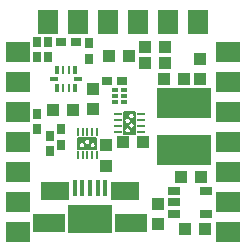
<source format=gts>
G04 DipTrace 2.4.0.2*
%INUSBBiPower.gts*%
%MOIN*%
%ADD13C,0.006*%
%ADD35C,0.0065*%
%ADD36C,0.007*%
%ADD57R,0.1492X0.0921*%
%ADD58R,0.1079X0.0646*%
%ADD59R,0.0961X0.0646*%
%ADD60R,0.0173X0.0547*%
%ADD61R,0.0449X0.0252*%
%ADD62R,0.022X0.0134*%
%ADD64R,0.0252X0.0114*%
%ADD67R,0.011X0.0252*%
%ADD68R,0.011X0.0291*%
%ADD69R,0.0126X0.0291*%
%ADD70R,0.0291X0.0146*%
%ADD71R,0.037X0.0291*%
%ADD72R,0.1787X0.1*%
%ADD73R,0.0291X0.037*%
%ADD74R,0.0409X0.0449*%
%ADD75R,0.0449X0.0409*%
%ADD76R,0.0685X0.0816*%
%ADD77R,0.0816X0.0685*%
%FSLAX44Y44*%
G04*
G70*
G90*
G75*
G01*
%LNTopMask*%
%LPD*%
D77*
X10944Y4293D3*
X3937Y9293D3*
X10937Y8293D3*
Y9293D3*
Y10293D3*
D76*
X9937Y11293D3*
D77*
X3937Y4293D3*
Y5293D3*
Y6293D3*
Y7293D3*
Y10293D3*
D75*
X7446Y7280D3*
X8115D3*
X8160Y10441D3*
X8830D3*
X7645Y10165D3*
X6976D3*
D74*
X6883Y7171D3*
Y6502D3*
X6437Y9045D3*
Y8376D3*
D75*
X5096Y8344D3*
X5765D3*
X10172Y4371D3*
X9502D3*
X9369Y6130D3*
X10039D3*
D74*
X8592Y5217D3*
Y4547D3*
D73*
X6315Y10062D3*
Y10574D3*
D77*
X10937Y5293D3*
Y6293D3*
Y7293D3*
X3937Y8293D3*
D72*
X9453Y7011D3*
Y8586D3*
D75*
X8824Y9904D3*
X8155D3*
X9470Y9383D3*
X8801D3*
D74*
X9988Y10049D3*
Y9380D3*
D71*
X7416Y9310D3*
X6904D3*
D73*
X4994Y6984D3*
Y7496D3*
X5368Y7199D3*
Y7711D3*
X4558Y8217D3*
Y7705D3*
X4943Y10113D3*
Y10625D3*
X4564Y10121D3*
Y10633D3*
D71*
X5371Y10626D3*
X5883D3*
D70*
X5922Y9382D3*
D69*
X5823Y9678D3*
D68*
X5627D3*
X5430D3*
D69*
X5233D3*
D70*
X5134Y9382D3*
D69*
X5233Y9087D3*
D68*
X5430D3*
X5627D3*
D69*
X5823D3*
X5961Y7184D2*
D35*
X5962Y7192D1*
Y7200D1*
X5964Y7207D1*
X5965Y7215D1*
X5968Y7222D1*
X5970Y7229D1*
X5974Y7236D1*
X5977Y7243D1*
X5981Y7249D1*
X5986Y7255D1*
X5991Y7261D1*
X5996Y7266D1*
X6002Y7271D1*
X6008Y7276D1*
X6014Y7280D1*
X6020Y7283D1*
X6027Y7286D1*
X6034Y7289D1*
X6041Y7291D1*
X6048Y7293D1*
X6055Y7294D1*
X6063D1*
X6070D1*
X6077D1*
X6085Y7293D1*
X6092Y7291D1*
X6099Y7289D1*
X6106Y7286D1*
X6112Y7283D1*
X6119Y7280D1*
X6125Y7276D1*
X6131Y7271D1*
X6137Y7266D1*
X6142Y7261D1*
X6147Y7255D1*
X6151Y7249D1*
X6155Y7243D1*
X6159Y7236D1*
X6162Y7229D1*
X6165Y7222D1*
X6167Y7215D1*
X6169Y7207D1*
X6170Y7200D1*
X6171Y7192D1*
Y7184D1*
Y7177D1*
X6170Y7169D1*
X6169Y7162D1*
X6167Y7154D1*
X6165Y7147D1*
X6162Y7140D1*
X6159Y7133D1*
X6155Y7126D1*
X6151Y7120D1*
X6147Y7114D1*
X6142Y7108D1*
X6137Y7103D1*
X6131Y7098D1*
X6125Y7093D1*
X6119Y7089D1*
X6112Y7086D1*
X6106Y7082D1*
X6099Y7080D1*
X6092Y7078D1*
X6085Y7076D1*
X6077Y7075D1*
X6070D1*
X6063D1*
X6055D1*
X6048Y7076D1*
X6041Y7078D1*
X6034Y7080D1*
X6027Y7082D1*
X6020Y7086D1*
X6014Y7089D1*
X6008Y7093D1*
X6002Y7098D1*
X5996Y7103D1*
X5991Y7108D1*
X5986Y7114D1*
X5981Y7120D1*
X5977Y7126D1*
X5974Y7133D1*
X5970Y7140D1*
X5968Y7147D1*
X5965Y7154D1*
X5964Y7162D1*
X5962Y7169D1*
Y7177D1*
X5961Y7184D1*
X6316D2*
Y7192D1*
X6317Y7200D1*
X6318Y7207D1*
X6320Y7215D1*
X6322Y7222D1*
X6325Y7229D1*
X6328Y7236D1*
X6332Y7243D1*
X6336Y7249D1*
X6340Y7255D1*
X6345Y7261D1*
X6350Y7266D1*
X6356Y7271D1*
X6362Y7276D1*
X6368Y7280D1*
X6375Y7283D1*
X6381Y7286D1*
X6388Y7289D1*
X6395Y7291D1*
X6402Y7293D1*
X6410Y7294D1*
X6417D1*
X6424D1*
X6432D1*
X6439Y7293D1*
X6446Y7291D1*
X6453Y7289D1*
X6460Y7286D1*
X6467Y7283D1*
X6473Y7280D1*
X6479Y7276D1*
X6485Y7271D1*
X6491Y7266D1*
X6496Y7261D1*
X6501Y7255D1*
X6506Y7249D1*
X6510Y7243D1*
X6513Y7236D1*
X6517Y7229D1*
X6519Y7222D1*
X6522Y7215D1*
X6523Y7207D1*
X6525Y7200D1*
Y7192D1*
X6526Y7184D1*
X6525Y7177D1*
Y7169D1*
X6523Y7162D1*
X6522Y7154D1*
X6519Y7147D1*
X6517Y7140D1*
X6513Y7133D1*
X6510Y7126D1*
X6506Y7120D1*
X6501Y7114D1*
X6496Y7108D1*
X6491Y7103D1*
X6485Y7098D1*
X6479Y7093D1*
X6473Y7089D1*
X6467Y7086D1*
X6460Y7082D1*
X6453Y7080D1*
X6446Y7078D1*
X6439Y7076D1*
X6432Y7075D1*
X6424D1*
X6417D1*
X6410D1*
X6402Y7076D1*
X6395Y7078D1*
X6388Y7080D1*
X6381Y7082D1*
X6375Y7086D1*
X6368Y7089D1*
X6362Y7093D1*
X6356Y7098D1*
X6350Y7103D1*
X6345Y7108D1*
X6340Y7114D1*
X6336Y7120D1*
X6332Y7126D1*
X6328Y7133D1*
X6325Y7140D1*
X6322Y7147D1*
X6320Y7154D1*
X6318Y7162D1*
X6317Y7169D1*
X6316Y7177D1*
Y7184D1*
X6139Y7289D2*
Y7297D1*
X6140Y7305D1*
X6141Y7312D1*
X6143Y7320D1*
X6145Y7327D1*
X6148Y7334D1*
X6151Y7341D1*
X6154Y7348D1*
X6159Y7354D1*
X6163Y7360D1*
X6168Y7366D1*
X6173Y7371D1*
X6179Y7376D1*
X6185Y7381D1*
X6191Y7385D1*
X6198Y7388D1*
X6204Y7391D1*
X6211Y7394D1*
X6218Y7396D1*
X6225Y7398D1*
X6233Y7399D1*
X6240D1*
X6247D1*
X6255D1*
X6262Y7398D1*
X6269Y7396D1*
X6276Y7394D1*
X6283Y7391D1*
X6290Y7388D1*
X6296Y7385D1*
X6302Y7381D1*
X6308Y7376D1*
X6314Y7371D1*
X6319Y7366D1*
X6324Y7360D1*
X6328Y7354D1*
X6333Y7348D1*
X6336Y7341D1*
X6339Y7334D1*
X6342Y7327D1*
X6344Y7320D1*
X6346Y7312D1*
X6348Y7305D1*
Y7297D1*
X6349Y7289D1*
X6348Y7282D1*
Y7274D1*
X6346Y7266D1*
X6344Y7259D1*
X6342Y7252D1*
X6339Y7245D1*
X6336Y7238D1*
X6333Y7231D1*
X6328Y7225D1*
X6324Y7219D1*
X6319Y7213D1*
X6314Y7208D1*
X6308Y7203D1*
X6302Y7198D1*
X6296Y7194D1*
X6290Y7190D1*
X6283Y7187D1*
X6276Y7185D1*
X6269Y7183D1*
X6262Y7181D1*
X6255Y7180D1*
X6247Y7179D1*
X6240D1*
X6233Y7180D1*
X6225Y7181D1*
X6218Y7183D1*
X6211Y7185D1*
X6204Y7187D1*
X6198Y7190D1*
X6191Y7194D1*
X6185Y7198D1*
X6179Y7203D1*
X6173Y7208D1*
X6168Y7213D1*
X6163Y7219D1*
X6159Y7225D1*
X6154Y7231D1*
X6151Y7238D1*
X6148Y7245D1*
X6145Y7252D1*
X6143Y7259D1*
X6141Y7266D1*
X6140Y7274D1*
X6139Y7282D1*
Y7289D1*
G36*
X6351Y7048D2*
X6134D1*
Y7225D1*
X6351D1*
Y7048D1*
G37*
G36*
X6162Y7270D2*
X5923D1*
Y7404D1*
X6162D1*
Y7270D1*
G37*
G36*
X6553Y7274D2*
X6326D1*
Y7397D1*
X6553D1*
Y7274D1*
G37*
X6544Y7069D2*
D36*
X5949D1*
Y7413D1*
X6544D1*
Y7069D1*
D67*
X6558Y7634D3*
X6401D3*
X6243D3*
X6086D3*
X5928D3*
Y6847D3*
X6086D3*
X6243D3*
X6401D3*
X6558D3*
G36*
X7457Y7757D2*
X7595D1*
Y7925D1*
X7457D1*
Y7757D1*
G37*
G36*
X7702Y7914D2*
X7824D1*
Y8085D1*
X7702D1*
Y7914D1*
G37*
G36*
X7685Y7588D2*
X7821D1*
Y7748D1*
X7685D1*
Y7588D1*
G37*
G36*
X7474Y8082D2*
X7601D1*
Y8253D1*
X7474D1*
Y8082D1*
G37*
X7456Y7568D2*
D13*
X7843D1*
Y8274D1*
X7456D1*
Y7568D1*
X7603Y7839D2*
D35*
Y7847D1*
X7604Y7854D1*
X7605Y7861D1*
X7607Y7868D1*
X7610Y7875D1*
X7613Y7882D1*
X7616Y7889D1*
X7620Y7895D1*
X7624Y7901D1*
X7629Y7907D1*
X7634Y7912D1*
X7639Y7917D1*
X7645Y7922D1*
X7651Y7926D1*
X7658Y7930D1*
X7665Y7934D1*
X7672Y7937D1*
X7679Y7939D1*
X7686Y7941D1*
X7694Y7943D1*
X7701Y7944D1*
X7709D1*
X7717D1*
X7724D1*
X7732Y7943D1*
X7740Y7941D1*
X7747Y7939D1*
X7754Y7937D1*
X7761Y7934D1*
X7768Y7930D1*
X7774Y7926D1*
X7781Y7922D1*
X7787Y7917D1*
X7792Y7912D1*
X7797Y7907D1*
X7802Y7901D1*
X7806Y7895D1*
X7810Y7889D1*
X7813Y7882D1*
X7816Y7875D1*
X7819Y7868D1*
X7821Y7861D1*
X7822Y7854D1*
X7823Y7847D1*
Y7839D1*
Y7832D1*
X7822Y7825D1*
X7821Y7818D1*
X7819Y7810D1*
X7816Y7803D1*
X7813Y7797D1*
X7810Y7790D1*
X7806Y7784D1*
X7802Y7778D1*
X7797Y7772D1*
X7792Y7766D1*
X7787Y7761D1*
X7781Y7757D1*
X7774Y7752D1*
X7768Y7748D1*
X7761Y7745D1*
X7754Y7742D1*
X7747Y7740D1*
X7740Y7738D1*
X7732Y7736D1*
X7724Y7735D1*
X7717Y7734D1*
X7709D1*
X7701Y7735D1*
X7694Y7736D1*
X7686Y7738D1*
X7679Y7740D1*
X7672Y7742D1*
X7665Y7745D1*
X7658Y7748D1*
X7651Y7752D1*
X7645Y7757D1*
X7639Y7761D1*
X7634Y7766D1*
X7629Y7772D1*
X7624Y7778D1*
X7620Y7784D1*
X7616Y7790D1*
X7613Y7797D1*
X7610Y7803D1*
X7607Y7810D1*
X7605Y7818D1*
X7604Y7825D1*
X7603Y7832D1*
Y7839D1*
X7478Y8001D2*
X7479Y8008D1*
Y8015D1*
X7481Y8023D1*
X7483Y8030D1*
X7485Y8037D1*
X7488Y8043D1*
X7491Y8050D1*
X7495Y8056D1*
X7499Y8063D1*
X7504Y8068D1*
X7509Y8074D1*
X7515Y8079D1*
X7521Y8084D1*
X7527Y8088D1*
X7533Y8092D1*
X7540Y8095D1*
X7547Y8098D1*
X7554Y8101D1*
X7562Y8103D1*
X7569Y8104D1*
X7577Y8105D1*
X7584Y8106D1*
X7592D1*
X7600Y8105D1*
X7607Y8104D1*
X7615Y8103D1*
X7622Y8101D1*
X7629Y8098D1*
X7636Y8095D1*
X7643Y8092D1*
X7650Y8088D1*
X7656Y8084D1*
X7662Y8079D1*
X7667Y8074D1*
X7673Y8068D1*
X7677Y8063D1*
X7682Y8056D1*
X7685Y8050D1*
X7689Y8043D1*
X7692Y8037D1*
X7694Y8030D1*
X7696Y8023D1*
X7697Y8015D1*
X7698Y8008D1*
Y8001D1*
Y7993D1*
X7697Y7986D1*
X7696Y7979D1*
X7694Y7972D1*
X7692Y7965D1*
X7689Y7958D1*
X7685Y7951D1*
X7682Y7945D1*
X7677Y7939D1*
X7673Y7933D1*
X7667Y7928D1*
X7662Y7923D1*
X7656Y7918D1*
X7650Y7914D1*
X7643Y7910D1*
X7636Y7906D1*
X7629Y7903D1*
X7622Y7901D1*
X7615Y7899D1*
X7607Y7897D1*
X7600Y7896D1*
X7592D1*
X7584D1*
X7577D1*
X7569Y7897D1*
X7562Y7899D1*
X7554Y7901D1*
X7547Y7903D1*
X7540Y7906D1*
X7533Y7910D1*
X7527Y7914D1*
X7521Y7918D1*
X7515Y7923D1*
X7509Y7928D1*
X7504Y7933D1*
X7499Y7939D1*
X7495Y7945D1*
X7491Y7951D1*
X7488Y7958D1*
X7485Y7965D1*
X7483Y7972D1*
X7481Y7979D1*
X7479Y7986D1*
Y7993D1*
X7478Y8001D1*
Y7681D2*
X7479Y7688D1*
Y7695D1*
X7481Y7702D1*
X7483Y7710D1*
X7485Y7716D1*
X7488Y7723D1*
X7491Y7730D1*
X7495Y7736D1*
X7499Y7742D1*
X7504Y7748D1*
X7509Y7754D1*
X7515Y7759D1*
X7521Y7763D1*
X7527Y7768D1*
X7533Y7771D1*
X7540Y7775D1*
X7547Y7778D1*
X7554Y7780D1*
X7562Y7782D1*
X7569Y7784D1*
X7577Y7785D1*
X7584D1*
X7592D1*
X7600D1*
X7607Y7784D1*
X7615Y7782D1*
X7622Y7780D1*
X7629Y7778D1*
X7636Y7775D1*
X7643Y7771D1*
X7650Y7768D1*
X7656Y7763D1*
X7662Y7759D1*
X7667Y7754D1*
X7673Y7748D1*
X7677Y7742D1*
X7682Y7736D1*
X7685Y7730D1*
X7689Y7723D1*
X7692Y7716D1*
X7694Y7710D1*
X7696Y7702D1*
X7697Y7695D1*
X7698Y7688D1*
Y7681D1*
Y7673D1*
X7697Y7666D1*
X7696Y7659D1*
X7694Y7652D1*
X7692Y7645D1*
X7689Y7638D1*
X7685Y7631D1*
X7682Y7625D1*
X7677Y7619D1*
X7673Y7613D1*
X7667Y7608D1*
X7662Y7603D1*
X7656Y7598D1*
X7650Y7594D1*
X7643Y7590D1*
X7636Y7586D1*
X7629Y7583D1*
X7622Y7581D1*
X7615Y7579D1*
X7607Y7577D1*
X7600Y7576D1*
X7592D1*
X7584D1*
X7577D1*
X7569Y7577D1*
X7562Y7579D1*
X7554Y7581D1*
X7547Y7583D1*
X7540Y7586D1*
X7533Y7590D1*
X7527Y7594D1*
X7521Y7598D1*
X7515Y7603D1*
X7509Y7608D1*
X7504Y7613D1*
X7499Y7619D1*
X7495Y7625D1*
X7491Y7631D1*
X7488Y7638D1*
X7485Y7645D1*
X7483Y7652D1*
X7481Y7659D1*
X7479Y7666D1*
Y7673D1*
X7478Y7681D1*
X7603Y8162D2*
Y8169D1*
X7604Y8177D1*
X7605Y8184D1*
X7607Y8191D1*
X7610Y8198D1*
X7613Y8205D1*
X7616Y8211D1*
X7620Y8218D1*
X7624Y8224D1*
X7629Y8230D1*
X7634Y8235D1*
X7639Y8240D1*
X7645Y8245D1*
X7651Y8249D1*
X7658Y8253D1*
X7665Y8257D1*
X7672Y8260D1*
X7679Y8262D1*
X7686Y8264D1*
X7694Y8266D1*
X7701Y8267D1*
X7709D1*
X7717D1*
X7724D1*
X7732Y8266D1*
X7740Y8264D1*
X7747Y8262D1*
X7754Y8260D1*
X7761Y8257D1*
X7768Y8253D1*
X7774Y8249D1*
X7781Y8245D1*
X7787Y8240D1*
X7792Y8235D1*
X7797Y8230D1*
X7802Y8224D1*
X7806Y8218D1*
X7810Y8211D1*
X7813Y8205D1*
X7816Y8198D1*
X7819Y8191D1*
X7821Y8184D1*
X7822Y8177D1*
X7823Y8169D1*
Y8162D1*
Y8155D1*
X7822Y8148D1*
X7821Y8140D1*
X7819Y8133D1*
X7816Y8126D1*
X7813Y8119D1*
X7810Y8113D1*
X7806Y8107D1*
X7802Y8100D1*
X7797Y8095D1*
X7792Y8089D1*
X7787Y8084D1*
X7781Y8079D1*
X7774Y8075D1*
X7768Y8071D1*
X7761Y8068D1*
X7754Y8065D1*
X7747Y8062D1*
X7740Y8060D1*
X7732Y8059D1*
X7724Y8058D1*
X7717Y8057D1*
X7709D1*
X7701Y8058D1*
X7694Y8059D1*
X7686Y8060D1*
X7679Y8062D1*
X7672Y8065D1*
X7665Y8068D1*
X7658Y8071D1*
X7651Y8075D1*
X7645Y8079D1*
X7639Y8084D1*
X7634Y8089D1*
X7629Y8095D1*
X7624Y8100D1*
X7620Y8107D1*
X7616Y8113D1*
X7613Y8119D1*
X7610Y8126D1*
X7607Y8133D1*
X7605Y8140D1*
X7604Y8148D1*
X7603Y8155D1*
Y8162D1*
D64*
X8045Y7623D3*
Y7820D3*
Y8017D3*
Y8214D3*
X7258D3*
Y8017D3*
Y7820D3*
Y7623D3*
D62*
X7165Y9025D3*
Y8828D3*
Y8632D3*
X7468D3*
Y8828D3*
Y9025D3*
D61*
X9121Y5650D3*
Y5276D3*
Y4902D3*
X10184D3*
Y5650D3*
G36*
X5594Y11701D2*
X6280D1*
Y10885D1*
X5594D1*
Y11701D1*
G37*
G36*
X4594D2*
X5280D1*
Y10885D1*
X4594D1*
Y11701D1*
G37*
D60*
X5822Y5763D3*
X6078D3*
X6333D3*
X6589D3*
X6845D3*
D59*
X5172Y5654D3*
X7495D3*
D58*
X4965Y4572D3*
X7702D3*
D57*
X6333Y4710D3*
D76*
X6937Y11293D3*
X7937D3*
X8937D3*
M02*

</source>
